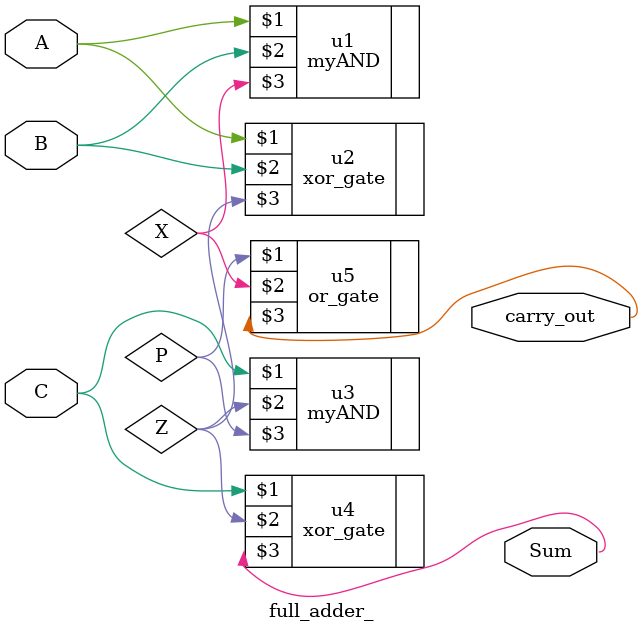
<source format=v>
`timescale 1ns / 1ps


module full_adder_(
    input A,
    input B,
    input C,
    output carry_out,
    output Sum
    );
    wire X;
    wire Z;
    wire P;
    wire S;
    myAND u1(A, B, X);
    xor_gate u2 (A, B, Z);
    myAND u3 (C, Z, P);
    xor_gate u4 (C, Z, Sum);
    or_gate u5 (P, X, carry_out);  
endmodule

</source>
